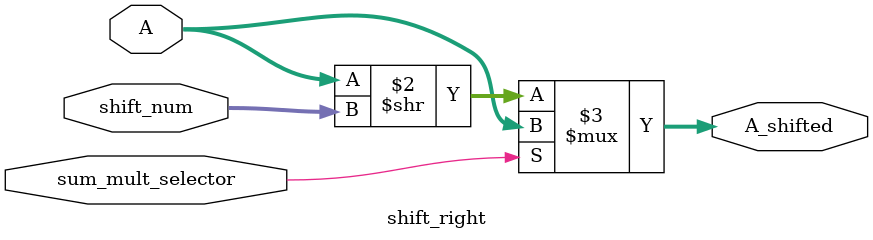
<source format=v>
module shift_right(
    input [28:0] A,
    input [7:0] shift_num,
    output [28:0] A_shifted,
    input sum_mult_selector
);

assign A_shifted = (sum_mult_selector == 0) ? A >> shift_num : A;


endmodule
</source>
